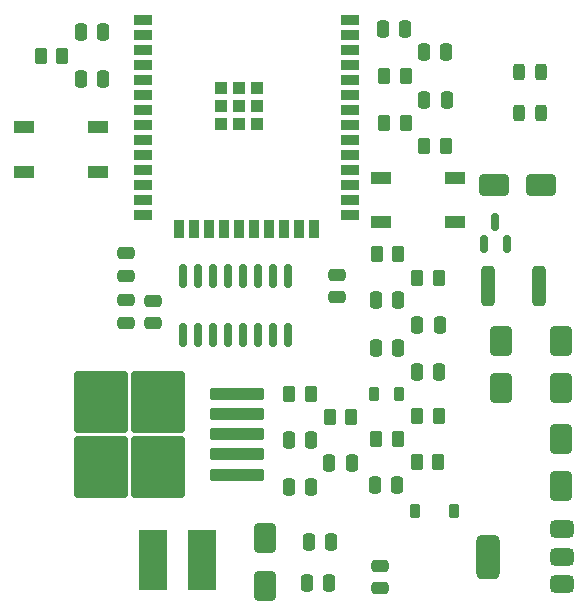
<source format=gbr>
%TF.GenerationSoftware,KiCad,Pcbnew,9.0.2*%
%TF.CreationDate,2025-08-22T10:47:20-03:00*%
%TF.ProjectId,Projeto SIllion,50726f6a-6574-46f2-9053-496c6c696f6e,rev?*%
%TF.SameCoordinates,Original*%
%TF.FileFunction,Paste,Top*%
%TF.FilePolarity,Positive*%
%FSLAX46Y46*%
G04 Gerber Fmt 4.6, Leading zero omitted, Abs format (unit mm)*
G04 Created by KiCad (PCBNEW 9.0.2) date 2025-08-22 10:47:20*
%MOMM*%
%LPD*%
G01*
G04 APERTURE LIST*
G04 Aperture macros list*
%AMRoundRect*
0 Rectangle with rounded corners*
0 $1 Rounding radius*
0 $2 $3 $4 $5 $6 $7 $8 $9 X,Y pos of 4 corners*
0 Add a 4 corners polygon primitive as box body*
4,1,4,$2,$3,$4,$5,$6,$7,$8,$9,$2,$3,0*
0 Add four circle primitives for the rounded corners*
1,1,$1+$1,$2,$3*
1,1,$1+$1,$4,$5*
1,1,$1+$1,$6,$7*
1,1,$1+$1,$8,$9*
0 Add four rect primitives between the rounded corners*
20,1,$1+$1,$2,$3,$4,$5,0*
20,1,$1+$1,$4,$5,$6,$7,0*
20,1,$1+$1,$6,$7,$8,$9,0*
20,1,$1+$1,$8,$9,$2,$3,0*%
G04 Aperture macros list end*
%ADD10RoundRect,0.250000X-0.250000X-0.475000X0.250000X-0.475000X0.250000X0.475000X-0.250000X0.475000X0*%
%ADD11RoundRect,0.250000X2.025000X2.375000X-2.025000X2.375000X-2.025000X-2.375000X2.025000X-2.375000X0*%
%ADD12RoundRect,0.250000X2.050000X0.300000X-2.050000X0.300000X-2.050000X-0.300000X2.050000X-0.300000X0*%
%ADD13RoundRect,0.250000X0.262500X0.450000X-0.262500X0.450000X-0.262500X-0.450000X0.262500X-0.450000X0*%
%ADD14R,1.700000X1.000000*%
%ADD15RoundRect,0.375000X0.625000X0.375000X-0.625000X0.375000X-0.625000X-0.375000X0.625000X-0.375000X0*%
%ADD16RoundRect,0.500000X0.500000X1.400000X-0.500000X1.400000X-0.500000X-1.400000X0.500000X-1.400000X0*%
%ADD17RoundRect,0.250000X-0.262500X-0.450000X0.262500X-0.450000X0.262500X0.450000X-0.262500X0.450000X0*%
%ADD18RoundRect,0.250000X0.650000X-1.000000X0.650000X1.000000X-0.650000X1.000000X-0.650000X-1.000000X0*%
%ADD19RoundRect,0.150000X0.150000X-0.587500X0.150000X0.587500X-0.150000X0.587500X-0.150000X-0.587500X0*%
%ADD20RoundRect,0.250000X0.250000X0.475000X-0.250000X0.475000X-0.250000X-0.475000X0.250000X-0.475000X0*%
%ADD21R,1.500000X0.900000*%
%ADD22R,0.900000X1.500000*%
%ADD23R,1.050000X1.050000*%
%ADD24R,2.350000X5.100000*%
%ADD25RoundRect,0.218750X0.218750X0.381250X-0.218750X0.381250X-0.218750X-0.381250X0.218750X-0.381250X0*%
%ADD26RoundRect,0.250000X0.475000X-0.250000X0.475000X0.250000X-0.475000X0.250000X-0.475000X-0.250000X0*%
%ADD27RoundRect,0.243750X0.243750X0.456250X-0.243750X0.456250X-0.243750X-0.456250X0.243750X-0.456250X0*%
%ADD28RoundRect,0.250000X-1.000000X-0.650000X1.000000X-0.650000X1.000000X0.650000X-1.000000X0.650000X0*%
%ADD29RoundRect,0.250000X-0.475000X0.250000X-0.475000X-0.250000X0.475000X-0.250000X0.475000X0.250000X0*%
%ADD30RoundRect,0.225000X-0.225000X-0.375000X0.225000X-0.375000X0.225000X0.375000X-0.225000X0.375000X0*%
%ADD31RoundRect,0.250000X0.312500X1.450000X-0.312500X1.450000X-0.312500X-1.450000X0.312500X-1.450000X0*%
%ADD32RoundRect,0.150000X-0.150000X0.825000X-0.150000X-0.825000X0.150000X-0.825000X0.150000X0.825000X0*%
G04 APERTURE END LIST*
D10*
%TO.C,C7*%
X137700000Y-97750000D03*
X139600000Y-97750000D03*
%TD*%
%TO.C,C25*%
X128550000Y-112200000D03*
X130450000Y-112200000D03*
%TD*%
%TO.C,C11*%
X126850000Y-107500000D03*
X128750000Y-107500000D03*
%TD*%
D11*
%TO.C,U5*%
X115775000Y-105825000D03*
X115775000Y-100275000D03*
X110925000Y-105825000D03*
X110925000Y-100275000D03*
D12*
X122500000Y-106450000D03*
X122500000Y-104750000D03*
X122500000Y-103050000D03*
X122500000Y-101350000D03*
X122500000Y-99650000D03*
%TD*%
D13*
%TO.C,R10*%
X139562500Y-101500000D03*
X137737500Y-101500000D03*
%TD*%
D14*
%TO.C,SW2*%
X104450000Y-77050000D03*
X110750000Y-77050000D03*
X104450000Y-80850000D03*
X110750000Y-80850000D03*
%TD*%
D15*
%TO.C,U7*%
X150000000Y-115700000D03*
X150000000Y-113400000D03*
D16*
X143700000Y-113400000D03*
D15*
X150000000Y-111100000D03*
%TD*%
D17*
%TO.C,R27*%
X105875000Y-71000000D03*
X107700000Y-71000000D03*
%TD*%
%TO.C,R14*%
X137725000Y-89800000D03*
X139550000Y-89800000D03*
%TD*%
D18*
%TO.C,D1*%
X149900000Y-99150000D03*
X149900000Y-95150000D03*
%TD*%
D13*
%TO.C,R9*%
X132150000Y-101550000D03*
X130325000Y-101550000D03*
%TD*%
D19*
%TO.C,Q3*%
X143400000Y-86925000D03*
X145300000Y-86925000D03*
X144350000Y-85050000D03*
%TD*%
D20*
%TO.C,C36*%
X111150000Y-73000000D03*
X109250000Y-73000000D03*
%TD*%
D21*
%TO.C,U8*%
X114540000Y-67940000D03*
X114540000Y-69210000D03*
X114540000Y-70480000D03*
X114540000Y-71750000D03*
X114540000Y-73020000D03*
X114540000Y-74290000D03*
X114540000Y-75560000D03*
X114540000Y-76830000D03*
X114540000Y-78100000D03*
X114540000Y-79370000D03*
X114540000Y-80640000D03*
X114540000Y-81910000D03*
X114540000Y-83180000D03*
X114540000Y-84450000D03*
D22*
X117580000Y-85700000D03*
X118850000Y-85700000D03*
X120120000Y-85700000D03*
X121390000Y-85700000D03*
X122660000Y-85700000D03*
X123930000Y-85700000D03*
X125200000Y-85700000D03*
X126470000Y-85700000D03*
X127740000Y-85700000D03*
X129010000Y-85700000D03*
D21*
X132040000Y-84450000D03*
X132040000Y-83180000D03*
X132040000Y-81910000D03*
X132040000Y-80640000D03*
X132040000Y-79370000D03*
X132040000Y-78100000D03*
X132040000Y-76830000D03*
X132040000Y-75560000D03*
X132040000Y-74290000D03*
X132040000Y-73020000D03*
X132040000Y-71750000D03*
X132040000Y-70480000D03*
X132040000Y-69210000D03*
X132040000Y-67940000D03*
D23*
X121085000Y-73755000D03*
X121085000Y-75280000D03*
X121085000Y-76805000D03*
X122610000Y-73755000D03*
X122610000Y-75280000D03*
X122610000Y-76805000D03*
X124135000Y-73755000D03*
X124135000Y-75280000D03*
X124135000Y-76805000D03*
%TD*%
D10*
%TO.C,C6*%
X134250000Y-95750000D03*
X136150000Y-95750000D03*
%TD*%
%TO.C,C12*%
X134150000Y-107350000D03*
X136050000Y-107350000D03*
%TD*%
D24*
%TO.C,L1*%
X119500000Y-113700000D03*
X115350000Y-113700000D03*
%TD*%
D18*
%TO.C,D9*%
X149900000Y-107450000D03*
X149900000Y-103450000D03*
%TD*%
D13*
%TO.C,R8*%
X128750000Y-99650000D03*
X126925000Y-99650000D03*
%TD*%
D10*
%TO.C,C26*%
X128375000Y-115650000D03*
X130275000Y-115650000D03*
%TD*%
D18*
%TO.C,D2*%
X144800000Y-99100000D03*
X144800000Y-95100000D03*
%TD*%
D25*
%TO.C,FB1*%
X136200000Y-99650000D03*
X134075000Y-99650000D03*
%TD*%
D10*
%TO.C,C33*%
X134800000Y-68700000D03*
X136700000Y-68700000D03*
%TD*%
D26*
%TO.C,C31*%
X113050000Y-93600000D03*
X113050000Y-91700000D03*
%TD*%
D10*
%TO.C,C8*%
X126850000Y-103500000D03*
X128750000Y-103500000D03*
%TD*%
D27*
%TO.C,D11*%
X148250000Y-75850000D03*
X146375000Y-75850000D03*
%TD*%
D10*
%TO.C,C5*%
X137750000Y-93750000D03*
X139650000Y-93750000D03*
%TD*%
D13*
%TO.C,R29*%
X136762500Y-76700000D03*
X134937500Y-76700000D03*
%TD*%
D10*
%TO.C,C28*%
X109250000Y-69000000D03*
X111150000Y-69000000D03*
%TD*%
D20*
%TO.C,C35*%
X140250000Y-74700000D03*
X138350000Y-74700000D03*
%TD*%
D28*
%TO.C,D10*%
X144250000Y-81950000D03*
X148250000Y-81950000D03*
%TD*%
D29*
%TO.C,C29*%
X130950000Y-89550000D03*
X130950000Y-91450000D03*
%TD*%
D10*
%TO.C,C13*%
X134250000Y-91700000D03*
X136150000Y-91700000D03*
%TD*%
D30*
%TO.C,D8*%
X137550000Y-109550000D03*
X140850000Y-109550000D03*
%TD*%
D10*
%TO.C,C10*%
X130300000Y-105500000D03*
X132200000Y-105500000D03*
%TD*%
D14*
%TO.C,SW1*%
X134650000Y-81300000D03*
X140950000Y-81300000D03*
X134650000Y-85100000D03*
X140950000Y-85100000D03*
%TD*%
D27*
%TO.C,D12*%
X148250000Y-72400000D03*
X146375000Y-72400000D03*
%TD*%
D13*
%TO.C,R26*%
X136150000Y-87800000D03*
X134325000Y-87800000D03*
%TD*%
D17*
%TO.C,R30*%
X138325000Y-78650000D03*
X140150000Y-78650000D03*
%TD*%
%TO.C,R28*%
X134937500Y-72700000D03*
X136762500Y-72700000D03*
%TD*%
D10*
%TO.C,C34*%
X138300000Y-70700000D03*
X140200000Y-70700000D03*
%TD*%
D18*
%TO.C,D7*%
X124825000Y-115850000D03*
X124825000Y-111850000D03*
%TD*%
D17*
%TO.C,R13*%
X137687500Y-105400000D03*
X139512500Y-105400000D03*
%TD*%
%TO.C,R11*%
X134287500Y-103400000D03*
X136112500Y-103400000D03*
%TD*%
D26*
%TO.C,C30*%
X113050000Y-89600000D03*
X113050000Y-87700000D03*
%TD*%
D29*
%TO.C,C17*%
X134550000Y-114150000D03*
X134550000Y-116050000D03*
%TD*%
D26*
%TO.C,C32*%
X115400000Y-93650000D03*
X115400000Y-91750000D03*
%TD*%
D31*
%TO.C,F1*%
X148037500Y-90500000D03*
X143762500Y-90500000D03*
%TD*%
D32*
%TO.C,U6*%
X126760000Y-89675000D03*
X125490000Y-89675000D03*
X124220000Y-89675000D03*
X122950000Y-89675000D03*
X121680000Y-89675000D03*
X120410000Y-89675000D03*
X119140000Y-89675000D03*
X117870000Y-89675000D03*
X117870000Y-94625000D03*
X119140000Y-94625000D03*
X120410000Y-94625000D03*
X121680000Y-94625000D03*
X122950000Y-94625000D03*
X124220000Y-94625000D03*
X125490000Y-94625000D03*
X126760000Y-94625000D03*
%TD*%
M02*

</source>
